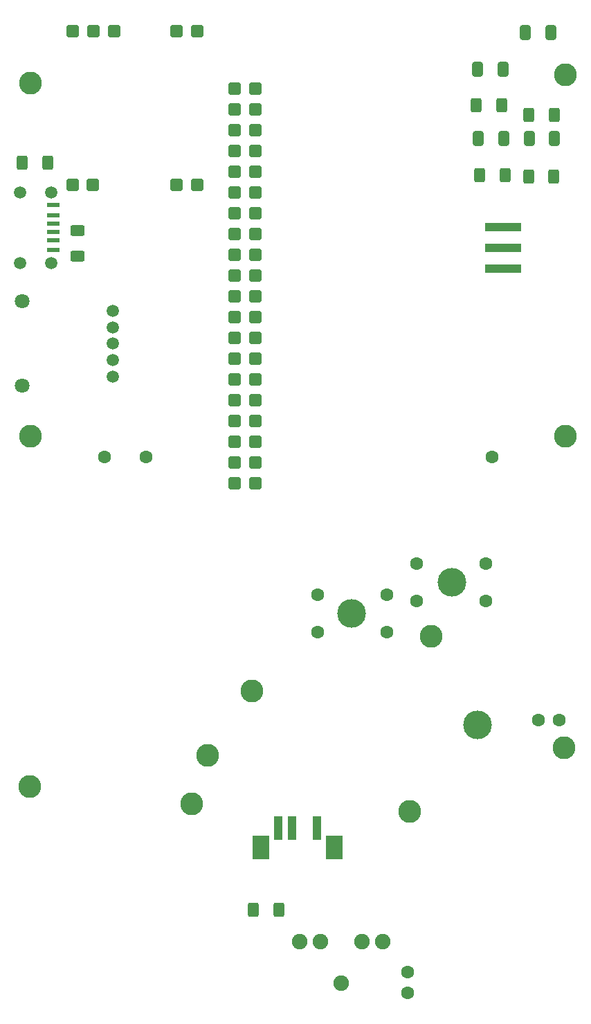
<source format=gbr>
%TF.GenerationSoftware,KiCad,Pcbnew,8.0.5*%
%TF.CreationDate,2024-11-18T11:08:30+00:00*%
%TF.ProjectId,gbc_retrozero_combined,6762635f-7265-4747-926f-7a65726f5f63,rev?*%
%TF.SameCoordinates,Original*%
%TF.FileFunction,Soldermask,Bot*%
%TF.FilePolarity,Negative*%
%FSLAX46Y46*%
G04 Gerber Fmt 4.6, Leading zero omitted, Abs format (unit mm)*
G04 Created by KiCad (PCBNEW 8.0.5) date 2024-11-18 11:08:30*
%MOMM*%
%LPD*%
G01*
G04 APERTURE LIST*
G04 Aperture macros list*
%AMRoundRect*
0 Rectangle with rounded corners*
0 $1 Rounding radius*
0 $2 $3 $4 $5 $6 $7 $8 $9 X,Y pos of 4 corners*
0 Add a 4 corners polygon primitive as box body*
4,1,4,$2,$3,$4,$5,$6,$7,$8,$9,$2,$3,0*
0 Add four circle primitives for the rounded corners*
1,1,$1+$1,$2,$3*
1,1,$1+$1,$4,$5*
1,1,$1+$1,$6,$7*
1,1,$1+$1,$8,$9*
0 Add four rect primitives between the rounded corners*
20,1,$1+$1,$2,$3,$4,$5,0*
20,1,$1+$1,$4,$5,$6,$7,0*
20,1,$1+$1,$6,$7,$8,$9,0*
20,1,$1+$1,$8,$9,$2,$3,0*%
G04 Aperture macros list end*
%ADD10C,1.600000*%
%ADD11C,2.800000*%
%ADD12C,3.500000*%
%ADD13RoundRect,0.400000X-0.400000X0.400000X-0.400000X-0.400000X0.400000X-0.400000X0.400000X0.400000X0*%
%ADD14RoundRect,0.250000X-0.400000X-0.625000X0.400000X-0.625000X0.400000X0.625000X-0.400000X0.625000X0*%
%ADD15RoundRect,0.250000X0.400000X0.625000X-0.400000X0.625000X-0.400000X-0.625000X0.400000X-0.625000X0*%
%ADD16C,1.500000*%
%ADD17R,1.500000X0.600000*%
%ADD18R,1.500000X0.500000*%
%ADD19R,4.500000X1.000000*%
%ADD20RoundRect,0.250000X0.412500X0.650000X-0.412500X0.650000X-0.412500X-0.650000X0.412500X-0.650000X0*%
%ADD21RoundRect,0.250000X-0.412500X-0.650000X0.412500X-0.650000X0.412500X0.650000X-0.412500X0.650000X0*%
%ADD22C,1.800000*%
%ADD23RoundRect,0.400000X-0.400000X-0.400000X0.400000X-0.400000X0.400000X0.400000X-0.400000X0.400000X0*%
%ADD24RoundRect,0.250000X0.625000X-0.400000X0.625000X0.400000X-0.625000X0.400000X-0.625000X-0.400000X0*%
%ADD25C,1.900000*%
%ADD26R,1.000000X3.000000*%
%ADD27R,2.000000X3.000000*%
G04 APERTURE END LIST*
D10*
%TO.C,U3*%
X168366000Y-105216800D03*
%TD*%
D11*
%TO.C,U20*%
X133600000Y-141720000D03*
%TD*%
%TO.C,U9*%
X177360000Y-102720000D03*
%TD*%
%TO.C,U11*%
X111940000Y-102710000D03*
%TD*%
D10*
%TO.C,U2*%
X126049600Y-105216800D03*
X120969600Y-105216800D03*
%TD*%
D11*
%TO.C,U18*%
X177217300Y-140827460D03*
%TD*%
D10*
%TO.C,SW9*%
X155518000Y-122134000D03*
X155518000Y-126706000D03*
X147009000Y-122134000D03*
X147009000Y-126706000D03*
D12*
X151200000Y-124420000D03*
%TD*%
D11*
%TO.C,U5*%
X177357300Y-58517460D03*
%TD*%
%TO.C,U16*%
X131650000Y-147690000D03*
%TD*%
D10*
%TO.C,U12*%
X174077200Y-137450280D03*
X176617200Y-137450280D03*
%TD*%
D11*
%TO.C,U4*%
X111937300Y-59527460D03*
%TD*%
D12*
%TO.C,TP1*%
X166580000Y-138040000D03*
%TD*%
D11*
%TO.C,U19*%
X160967300Y-127157460D03*
%TD*%
%TO.C,U15*%
X158310000Y-148580000D03*
%TD*%
D10*
%TO.C,LS1*%
X158024400Y-170813180D03*
X158024400Y-168273180D03*
%TD*%
D11*
%TO.C,U14*%
X139010000Y-133850000D03*
%TD*%
D10*
%TO.C,SW10*%
X159142000Y-122896080D03*
X159142000Y-118324080D03*
X167651000Y-122896080D03*
X167651000Y-118324080D03*
D12*
X163460000Y-120610080D03*
%TD*%
D11*
%TO.C,U17*%
X111820000Y-145530000D03*
%TD*%
D13*
%TO.C,J1*%
X139409770Y-60250400D03*
X136869770Y-60250400D03*
X139409770Y-62790400D03*
X136869770Y-62790400D03*
X139409770Y-65330400D03*
X136869770Y-65330400D03*
X139409770Y-67870400D03*
X136869770Y-67870400D03*
X139409770Y-70410400D03*
X136869770Y-70410400D03*
X139409770Y-72950400D03*
X136869770Y-72950400D03*
X139409770Y-75490400D03*
X136869770Y-75490400D03*
X139409770Y-78030400D03*
X136869770Y-78030400D03*
X139409770Y-80570400D03*
X136869770Y-80570400D03*
X139409770Y-83110400D03*
X136869770Y-83110400D03*
X139409770Y-85650400D03*
X136869770Y-85650400D03*
X139409770Y-88190400D03*
X136869770Y-88190400D03*
X139409770Y-90730400D03*
X136869770Y-90730400D03*
X139409770Y-93270400D03*
X136869770Y-93270400D03*
X139409770Y-95810400D03*
X136869770Y-95810400D03*
X139409770Y-98350400D03*
X136869770Y-98350400D03*
X139409770Y-100890400D03*
X136869770Y-100890400D03*
X139409770Y-103430400D03*
X136869770Y-103430400D03*
X139409770Y-105970400D03*
X136869770Y-105970400D03*
X139409770Y-108510400D03*
X136869770Y-108510400D03*
%TD*%
D14*
%TO.C,R3*%
X166862300Y-70817600D03*
X169962300Y-70817600D03*
%TD*%
D15*
%TO.C,R8*%
X142282680Y-160650640D03*
X139182680Y-160650640D03*
%TD*%
D16*
%TO.C,U7*%
X114454800Y-72909600D03*
X110657500Y-72909600D03*
D17*
X114703720Y-74469160D03*
X114713880Y-79975880D03*
D16*
X114454800Y-81545600D03*
X110657500Y-81545600D03*
D18*
X114703720Y-75698520D03*
X114713880Y-78746520D03*
X114708800Y-76719600D03*
X114713880Y-77735600D03*
%TD*%
D19*
%TO.C,SW12*%
X169715600Y-82246880D03*
X169715600Y-79706880D03*
X169715600Y-77166880D03*
%TD*%
D20*
%TO.C,C1*%
X176039800Y-66337600D03*
X172914800Y-66337600D03*
%TD*%
D21*
%TO.C,C3*%
X172429800Y-53357600D03*
X175554800Y-53357600D03*
%TD*%
D16*
%TO.C,U8*%
X122004240Y-87387840D03*
X122004240Y-89394440D03*
X122004240Y-91401040D03*
X122004240Y-93407640D03*
X122004240Y-95414240D03*
D22*
X110879040Y-96569940D03*
X110891740Y-86232140D03*
%TD*%
D14*
%TO.C,R6*%
X110912300Y-69267600D03*
X114012300Y-69267600D03*
%TD*%
D20*
%TO.C,C4*%
X169744800Y-57837600D03*
X166619800Y-57837600D03*
%TD*%
D23*
%TO.C,U6*%
X117054800Y-53167600D03*
X119594800Y-53167600D03*
X122134800Y-53167600D03*
X129754800Y-53167600D03*
X132294800Y-53167600D03*
X117054800Y-72014400D03*
X119556700Y-71976300D03*
X129754800Y-71976300D03*
X132294800Y-71976300D03*
%TD*%
D24*
%TO.C,R7*%
X117684800Y-80680100D03*
X117684800Y-77580100D03*
%TD*%
D15*
%TO.C,R5*%
X169537300Y-62237600D03*
X166437300Y-62237600D03*
%TD*%
D20*
%TO.C,C2*%
X169814800Y-66337600D03*
X166689800Y-66337600D03*
%TD*%
D15*
%TO.C,R2*%
X175947300Y-70967600D03*
X172847300Y-70967600D03*
%TD*%
D25*
%TO.C,U10*%
X149946480Y-169623440D03*
X155026480Y-164543440D03*
X152486480Y-164543440D03*
X147406480Y-164543440D03*
X144866480Y-164543440D03*
%TD*%
D15*
%TO.C,R4*%
X175977300Y-63427600D03*
X172877300Y-63427600D03*
%TD*%
D26*
%TO.C,SW11*%
X146939840Y-150660820D03*
X143929940Y-150660820D03*
X142228140Y-150660820D03*
D27*
X149073440Y-153040800D03*
X140107240Y-153010320D03*
%TD*%
M02*

</source>
